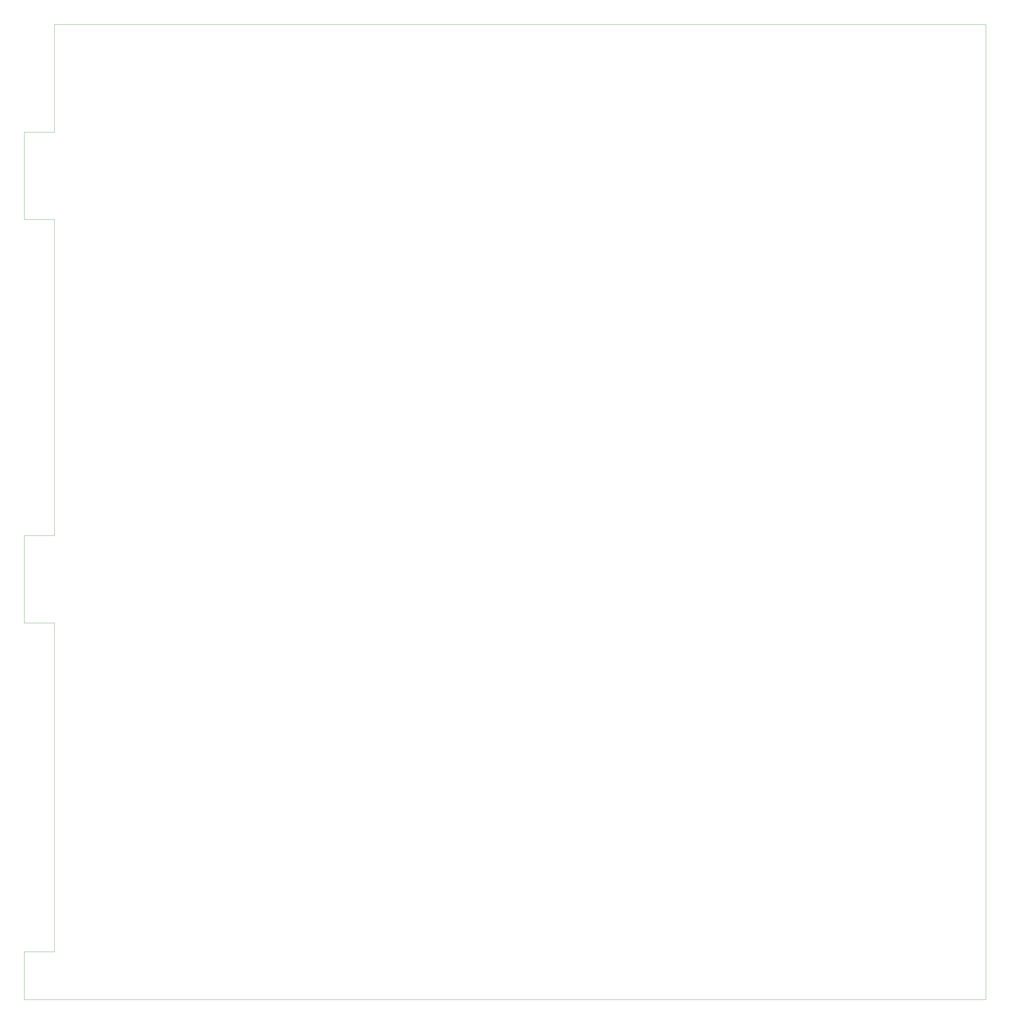
<source format=gbr>
%TF.GenerationSoftware,KiCad,Pcbnew,8.0.2-1*%
%TF.CreationDate,2024-10-14T18:36:09-04:00*%
%TF.ProjectId,EvenLayers_1.3mm_SiPM,4576656e-4c61-4796-9572-735f312e336d,rev?*%
%TF.SameCoordinates,Original*%
%TF.FileFunction,Profile,NP*%
%FSLAX46Y46*%
G04 Gerber Fmt 4.6, Leading zero omitted, Abs format (unit mm)*
G04 Created by KiCad (PCBNEW 8.0.2-1) date 2024-10-14 18:36:09*
%MOMM*%
%LPD*%
G01*
G04 APERTURE LIST*
%TA.AperFunction,Profile*%
%ADD10C,0.050000*%
%TD*%
%TA.AperFunction,Profile*%
%ADD11C,0.100000*%
%TD*%
G04 APERTURE END LIST*
D10*
X66000000Y-213000000D02*
X75000000Y-213000000D01*
X75000000Y-93000000D02*
X66000000Y-93000000D01*
X66000000Y-67000000D02*
X66000000Y-93000000D01*
X66000000Y-324300000D02*
X66000000Y-325000000D01*
X66000000Y-187000000D02*
X75000000Y-187000000D01*
X352000000Y-325000000D02*
X66000000Y-325000000D01*
X75000000Y-35000000D02*
X352000000Y-35000000D01*
X75000000Y-213000000D02*
X75000000Y-310800000D01*
X66000000Y-67000000D02*
X75000000Y-67000000D01*
X66000000Y-315700000D02*
X66000000Y-310800000D01*
X66000000Y-187000000D02*
X66000000Y-213000000D01*
X75000000Y-67000000D02*
X75000000Y-35000000D01*
X352000000Y-35000000D02*
X352000000Y-325000000D01*
X75000000Y-187000000D02*
X75000000Y-93000000D01*
X66000000Y-310800000D02*
X75000000Y-310800000D01*
D11*
%TO.C,REF\u002A\u002A*%
X66000000Y-315700000D02*
X66000000Y-324300000D01*
%TD*%
M02*

</source>
